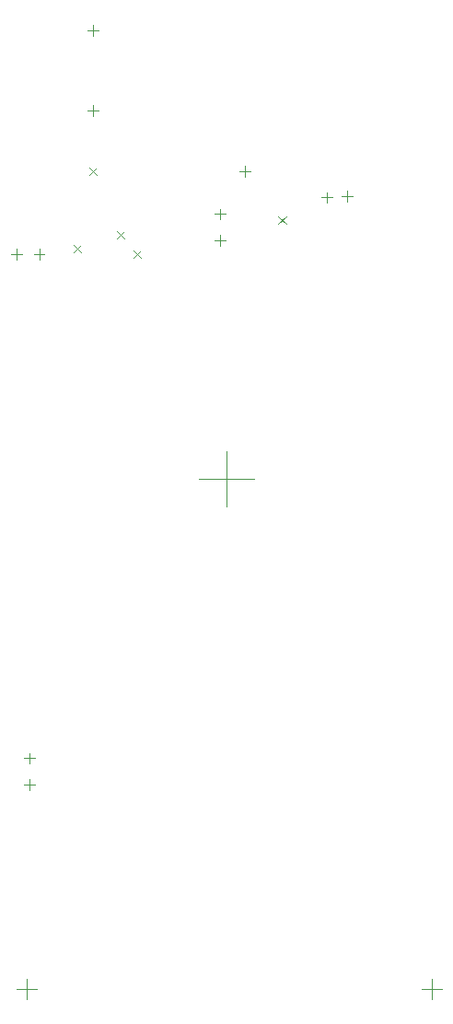
<source format=gbr>
%TF.GenerationSoftware,Altium Limited,Altium Designer,20.2.8 (258)*%
G04 Layer_Color=0*
%FSLAX26Y26*%
%MOIN*%
%TF.SameCoordinates,C5A62E15-709C-4439-AAC4-A247E21399B6*%
%TF.FilePolarity,Positive*%
%TF.FileFunction,Other,Top_Component_Center*%
%TF.Part,Single*%
G01*
G75*
%TA.AperFunction,NonConductor*%
%ADD95C,0.003937*%
D95*
X1283386Y1320000D02*
X1356614D01*
X1320000Y1283386D02*
Y1356614D01*
X1283835Y3960315D02*
Y3999685D01*
X1264150Y3980000D02*
X1303520D01*
X1365000Y3960315D02*
Y3999685D01*
X1345315Y3980000D02*
X1384685D01*
X1942854Y3165157D02*
X2142461D01*
X2042658Y3065354D02*
Y3264961D01*
X2231081Y4117065D02*
X2258919Y4089227D01*
X2231081D02*
X2258919Y4117065D01*
X2110000Y4260315D02*
Y4299685D01*
X2090315Y4280000D02*
X2129685D01*
X1560000Y4770315D02*
Y4809685D01*
X1540315Y4790000D02*
X1579685D01*
X1488564Y3986557D02*
X1516403Y4014396D01*
X1488564D02*
X1516403Y3986557D01*
X1560000Y4480315D02*
Y4519685D01*
X1540315Y4500000D02*
X1579685D01*
X1646081Y4064396D02*
X1673919Y4036557D01*
X1646081D02*
X1673919Y4064396D01*
X1706593Y3993919D02*
X1734432Y3966081D01*
X1706593D02*
X1734432Y3993919D01*
X1546081Y4266081D02*
X1573919Y4293919D01*
X1546081D02*
X1573919Y4266081D01*
X2461305Y4188465D02*
X2500675D01*
X2480990Y4168780D02*
Y4208150D01*
X2388014Y4185000D02*
X2427384D01*
X2407699Y4165315D02*
Y4204685D01*
X2785000Y1283386D02*
Y1356614D01*
X2748386Y1320000D02*
X2821614D01*
X2020000Y4010315D02*
Y4049685D01*
X2000315Y4030000D02*
X2039685D01*
X2020000Y4105315D02*
Y4144685D01*
X2000315Y4125000D02*
X2039685D01*
X1330000Y2135315D02*
Y2174685D01*
X1310315Y2155000D02*
X1349685D01*
X1329646Y2040315D02*
Y2079685D01*
X1309961Y2060000D02*
X1349331D01*
%TF.MD5,d4594b44639102ff104aef2a42e6af7b*%
M02*

</source>
